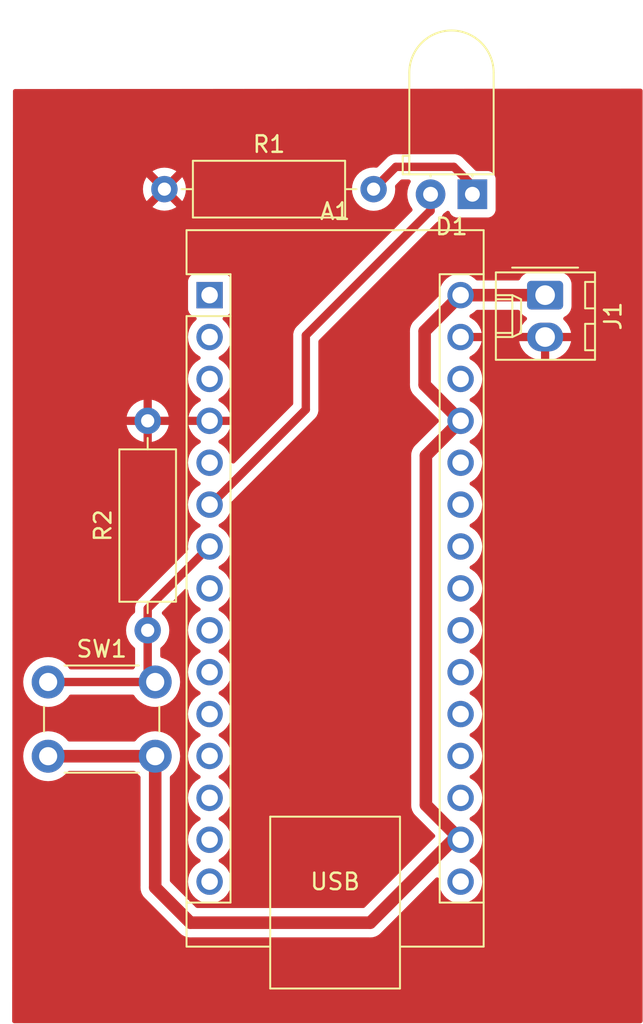
<source format=kicad_pcb>
(kicad_pcb (version 20221018) (generator pcbnew)
  (layers (0 "F.Cu" signal) (31 "B.Cu" signal) (34 "B.Paste" user) (35 "F.Paste" user) (36 "B.SilkS" user "B.Silkscreen") (37 "F.SilkS" user "F.Silkscreen") (38 "B.Mask" user) (39 "F.Mask" user) (44 "Edge.Cuts" user))
  (net 0 "")
  (net 4 "/GND")
  (net 6 "Net-(A1-D3)")
  (net 7 "Net-(A1-D4)")
  (net 17 "/5V")
  (net 28 "Net-(D1-K)")
  (footprint "Module:Arduino_Nano" (layer "F.Cu") (at 89.2302 99.5934)
    (fp_text reference "A1" (at 7.62 -5.08) (layer "F.SilkS"))
    (fp_text value "Arduino_Nano_v2.x")
    (fp_text user "USB" (at 7.62 35.56 unlocked) (layer "F.SilkS"))
    (fp_line (start -1.4 -3.94) (end -1.4 -1.27) (stroke (width 0.12)) (layer "F.SilkS"))
    (fp_line (start -1.4 1.27) (end -1.4 39.5) (stroke (width 0.12)) (layer "F.SilkS"))
    (fp_line (start -1.4 39.5) (end 3.68 39.5) (stroke (width 0.12)) (layer "F.SilkS"))
    (fp_line (start 1.27 -1.27) (end -1.4 -1.27) (stroke (width 0.12)) (layer "F.SilkS"))
    (fp_line (start 1.27 1.27) (end -1.4 1.27) (stroke (width 0.12)) (layer "F.SilkS"))
    (fp_line (start 1.27 1.27) (end 1.27 -1.27) (stroke (width 0.12)) (layer "F.SilkS"))
    (fp_line (start 1.27 1.27) (end 1.27 36.83) (stroke (width 0.12)) (layer "F.SilkS"))
    (fp_line (start 1.27 36.83) (end -1.4 36.83) (stroke (width 0.12)) (layer "F.SilkS"))
    (fp_line (start 3.68 31.62) (end 11.56 31.62) (stroke (width 0.12)) (layer "F.SilkS"))
    (fp_line (start 3.68 42.04) (end 3.68 31.62) (stroke (width 0.12)) (layer "F.SilkS"))
    (fp_line (start 11.56 31.62) (end 11.56 42.04) (stroke (width 0.12)) (layer "F.SilkS"))
    (fp_line (start 11.56 42.04) (end 3.68 42.04) (stroke (width 0.12)) (layer "F.SilkS"))
    (fp_line (start 13.97 -1.27) (end 13.97 36.83) (stroke (width 0.12)) (layer "F.SilkS"))
    (fp_line (start 13.97 -1.27) (end 16.64 -1.27) (stroke (width 0.12)) (layer "F.SilkS"))
    (fp_line (start 13.97 36.83) (end 16.64 36.83) (stroke (width 0.12)) (layer "F.SilkS"))
    (fp_line (start 16.64 -3.94) (end -1.4 -3.94) (stroke (width 0.12)) (layer "F.SilkS"))
    (fp_line (start 16.64 39.5) (end 11.56 39.5) (stroke (width 0.12)) (layer "F.SilkS"))
    (fp_line (start 16.64 39.5) (end 16.64 -3.94) (stroke (width 0.12)) (layer "F.SilkS"))
    (pad "1" thru_hole rect (at 0 0) (size 1.6 1.6) (drill 1) (layers "*.Cu" "*.Mask"))
    (pad "2" thru_hole oval (at 0 2.54) (size 1.6 1.6) (drill 1) (layers "*.Cu" "*.Mask"))
    (pad "3" thru_hole oval (at 0 5.08) (size 1.6 1.6) (drill 1) (layers "*.Cu" "*.Mask"))
    (pad "4" thru_hole oval (at 0 7.62) (size 1.6 1.6) (drill 1) (layers "*.Cu" "*.Mask") (net 4 "/GND"))
    (pad "5" thru_hole oval (at 0 10.16) (size 1.6 1.6) (drill 1) (layers "*.Cu" "*.Mask"))
    (pad "6" thru_hole oval (at 0 12.7) (size 1.6 1.6) (drill 1) (layers "*.Cu" "*.Mask") (net 6 "Net-(A1-D3)"))
    (pad "7" thru_hole oval (at 0 15.24) (size 1.6 1.6) (drill 1) (layers "*.Cu" "*.Mask") (net 7 "Net-(A1-D4)"))
    (pad "8" thru_hole oval (at 0 17.78) (size 1.6 1.6) (drill 1) (layers "*.Cu" "*.Mask"))
    (pad "9" thru_hole oval (at 0 20.32) (size 1.6 1.6) (drill 1) (layers "*.Cu" "*.Mask"))
    (pad "10" thru_hole oval (at 0 22.86) (size 1.6 1.6) (drill 1) (layers "*.Cu" "*.Mask"))
    (pad "11" thru_hole oval (at 0 25.4) (size 1.6 1.6) (drill 1) (layers "*.Cu" "*.Mask"))
    (pad "12" thru_hole oval (at 0 27.94) (size 1.6 1.6) (drill 1) (layers "*.Cu" "*.Mask"))
    (pad "13" thru_hole oval (at 0 30.48) (size 1.6 1.6) (drill 1) (layers "*.Cu" "*.Mask"))
    (pad "14" thru_hole oval (at 0 33.02) (size 1.6 1.6) (drill 1) (layers "*.Cu" "*.Mask"))
    (pad "15" thru_hole oval (at 0 35.56) (size 1.6 1.6) (drill 1) (layers "*.Cu" "*.Mask"))
    (pad "16" thru_hole oval (at 15.24 35.56) (size 1.6 1.6) (drill 1) (layers "*.Cu" "*.Mask"))
    (pad "17" thru_hole oval (at 15.24 33.02) (size 1.6 1.6) (drill 1) (layers "*.Cu" "*.Mask") (net 17 "/5V"))
    (pad "18" thru_hole oval (at 15.24 30.48) (size 1.6 1.6) (drill 1) (layers "*.Cu" "*.Mask"))
    (pad "19" thru_hole oval (at 15.24 27.94) (size 1.6 1.6) (drill 1) (layers "*.Cu" "*.Mask"))
    (pad "20" thru_hole oval (at 15.24 25.4) (size 1.6 1.6) (drill 1) (layers "*.Cu" "*.Mask"))
    (pad "21" thru_hole oval (at 15.24 22.86) (size 1.6 1.6) (drill 1) (layers "*.Cu" "*.Mask"))
    (pad "22" thru_hole oval (at 15.24 20.32) (size 1.6 1.6) (drill 1) (layers "*.Cu" "*.Mask"))
    (pad "23" thru_hole oval (at 15.24 17.78) (size 1.6 1.6) (drill 1) (layers "*.Cu" "*.Mask"))
    (pad "24" thru_hole oval (at 15.24 15.24) (size 1.6 1.6) (drill 1) (layers "*.Cu" "*.Mask"))
    (pad "25" thru_hole oval (at 15.24 12.7) (size 1.6 1.6) (drill 1) (layers "*.Cu" "*.Mask"))
    (pad "26" thru_hole oval (at 15.24 10.16) (size 1.6 1.6) (drill 1) (layers "*.Cu" "*.Mask"))
    (pad "27" thru_hole oval (at 15.24 7.62) (size 1.6 1.6) (drill 1) (layers "*.Cu" "*.Mask") (net 17 "/5V"))
    (pad "28" thru_hole oval (at 15.24 5.08) (size 1.6 1.6) (drill 1) (layers "*.Cu" "*.Mask"))
    (pad "29" thru_hole oval (at 15.24 2.54) (size 1.6 1.6) (drill 1) (layers "*.Cu" "*.Mask") (net 4 "/GND"))
    (pad "30" thru_hole oval (at 15.24 0) (size 1.6 1.6) (drill 1) (layers "*.Cu" "*.Mask") (net 17 "/5V"))
  )
  (footprint "Connector_Molex:Molex_KK-254_AE-6410-02A_1x02_P2.54mm_Vertical" (layer "F.Cu") (at 109.601 99.5934 -90)
    (fp_text reference "J1" (at 1.27 -4.12 90) (layer "F.SilkS"))
    (fp_text value "Conn_01x02_Socket")
    (fp_line (start -1.67 -2) (end -1.67 2) (stroke (width 0.12)) (layer "F.SilkS"))
    (fp_line (start -1.38 -3.03) (end -1.38 2.99) (stroke (width 0.12)) (layer "F.SilkS"))
    (fp_line (start -1.38 2.99) (end 3.92 2.99) (stroke (width 0.12)) (layer "F.SilkS"))
    (fp_line (start -0.8 -3.03) (end -0.8 -2.43) (stroke (width 0.12)) (layer "F.SilkS"))
    (fp_line (start -0.8 -2.43) (end 0.8 -2.43) (stroke (width 0.12)) (layer "F.SilkS"))
    (fp_line (start 0 1.99) (end 0.25 1.46) (stroke (width 0.12)) (layer "F.SilkS"))
    (fp_line (start 0 1.99) (end 2.54 1.99) (stroke (width 0.12)) (layer "F.SilkS"))
    (fp_line (start 0 2.99) (end 0 1.99) (stroke (width 0.12)) (layer "F.SilkS"))
    (fp_line (start 0.25 1.46) (end 2.29 1.46) (stroke (width 0.12)) (layer "F.SilkS"))
    (fp_line (start 0.25 2.99) (end 0.25 1.99) (stroke (width 0.12)) (layer "F.SilkS"))
    (fp_line (start 0.8 -2.43) (end 0.8 -3.03) (stroke (width 0.12)) (layer "F.SilkS"))
    (fp_line (start 1.74 -3.03) (end 1.74 -2.43) (stroke (width 0.12)) (layer "F.SilkS"))
    (fp_line (start 1.74 -2.43) (end 3.34 -2.43) (stroke (width 0.12)) (layer "F.SilkS"))
    (fp_line (start 2.29 1.46) (end 2.54 1.99) (stroke (width 0.12)) (layer "F.SilkS"))
    (fp_line (start 2.29 2.99) (end 2.29 1.99) (stroke (width 0.12)) (layer "F.SilkS"))
    (fp_line (start 2.54 1.99) (end 2.54 2.99) (stroke (width 0.12)) (layer "F.SilkS"))
    (fp_line (start 3.34 -2.43) (end 3.34 -3.03) (stroke (width 0.12)) (layer "F.SilkS"))
    (fp_line (start 3.92 -3.03) (end -1.38 -3.03) (stroke (width 0.12)) (layer "F.SilkS"))
    (fp_line (start 3.92 2.99) (end 3.92 -3.03) (stroke (width 0.12)) (layer "F.SilkS"))
    (pad "1" thru_hole roundrect (at 0 0 270) (size 1.74 2.19) (drill 1.19) (layers "*.Cu" "*.Mask") (roundrect_rratio 0.143678) (net 17 "/5V"))
    (pad "2" thru_hole oval (at 2.54 0 270) (size 1.74 2.19) (drill 1.19) (layers "*.Cu" "*.Mask") (net 4 "/GND"))
  )
  (footprint "LED_THT:LED_D5.0mm_Horizontal_O1.27mm_Z3.0mm_IRGrey" (layer "F.Cu") (at 105.1864 93.4766 180)
    (fp_text reference "D1" (at 1.27 -1.96) (layer "F.SilkS"))
    (fp_text value "LD271")
    (fp_line (start -1.29 1.21) (end -1.29 7.37) (stroke (width 0.12)) (layer "F.SilkS"))
    (fp_line (start -1.29 1.21) (end 3.83 1.21) (stroke (width 0.12)) (layer "F.SilkS"))
    (fp_line (start 0 1.08) (end 0 1.08) (stroke (width 0.12)) (layer "F.SilkS"))
    (fp_line (start 0 1.08) (end 0 1.21) (stroke (width 0.12)) (layer "F.SilkS"))
    (fp_line (start 0 1.21) (end 0 1.08) (stroke (width 0.12)) (layer "F.SilkS"))
    (fp_line (start 0 1.21) (end 0 1.21) (stroke (width 0.12)) (layer "F.SilkS"))
    (fp_line (start 2.54 1.08) (end 2.54 1.08) (stroke (width 0.12)) (layer "F.SilkS"))
    (fp_line (start 2.54 1.08) (end 2.54 1.21) (stroke (width 0.12)) (layer "F.SilkS"))
    (fp_line (start 2.54 1.21) (end 2.54 1.08) (stroke (width 0.12)) (layer "F.SilkS"))
    (fp_line (start 2.54 1.21) (end 2.54 1.21) (stroke (width 0.12)) (layer "F.SilkS"))
    (fp_line (start 3.83 1.21) (end 3.83 7.37) (stroke (width 0.12)) (layer "F.SilkS"))
    (fp_line (start 3.83 1.21) (end 4.23 1.21) (stroke (width 0.12)) (layer "F.SilkS"))
    (fp_line (start 3.83 2.33) (end 3.83 1.21) (stroke (width 0.12)) (layer "F.SilkS"))
    (fp_line (start 4.23 1.21) (end 4.23 2.33) (stroke (width 0.12)) (layer "F.SilkS"))
    (fp_line (start 4.23 2.33) (end 3.83 2.33) (stroke (width 0.12)) (layer "F.SilkS"))
    (fp_arc (start 3.83 7.37) (mid 1.27 9.93) (end -1.29 7.37) (stroke (width 0.12)) (layer "F.SilkS"))
    (pad "1" thru_hole rect (at 0 0 180) (size 1.8 1.8) (drill 0.9) (layers "*.Cu" "*.Mask") (net 28 "Net-(D1-K)"))
    (pad "2" thru_hole circle (at 2.54 0 180) (size 1.8 1.8) (drill 0.9) (layers "*.Cu" "*.Mask") (net 6 "Net-(A1-D3)"))
  )
  (footprint "Resistor_THT:R_Axial_DIN0309_L9.0mm_D3.2mm_P12.70mm_Horizontal" (layer "F.Cu") (at 85.471 119.9134 90)
    (fp_text reference "R2" (at 6.35 -2.72 90) (layer "F.SilkS"))
    (fp_text value "100k")
    (fp_line (start 1.04 0) (end 1.73 0) (stroke (width 0.12)) (layer "F.SilkS"))
    (fp_line (start 1.73 -1.72) (end 1.73 1.72) (stroke (width 0.12)) (layer "F.SilkS"))
    (fp_line (start 1.73 1.72) (end 10.97 1.72) (stroke (width 0.12)) (layer "F.SilkS"))
    (fp_line (start 10.97 -1.72) (end 1.73 -1.72) (stroke (width 0.12)) (layer "F.SilkS"))
    (fp_line (start 10.97 1.72) (end 10.97 -1.72) (stroke (width 0.12)) (layer "F.SilkS"))
    (fp_line (start 11.66 0) (end 10.97 0) (stroke (width 0.12)) (layer "F.SilkS"))
    (pad "1" thru_hole circle (at 0 0 90) (size 1.6 1.6) (drill 0.8) (layers "*.Cu" "*.Mask") (net 7 "Net-(A1-D4)"))
    (pad "2" thru_hole oval (at 12.7 0 90) (size 1.6 1.6) (drill 0.8) (layers "*.Cu" "*.Mask") (net 4 "/GND"))
  )
  (footprint "Resistor_THT:R_Axial_DIN0309_L9.0mm_D3.2mm_P12.70mm_Horizontal" (layer "F.Cu") (at 86.487 93.1672)
    (fp_text reference "R1" (at 6.35 -2.72) (layer "F.SilkS"))
    (fp_text value "220")
    (fp_line (start 1.04 0) (end 1.73 0) (stroke (width 0.12)) (layer "F.SilkS"))
    (fp_line (start 1.73 -1.72) (end 1.73 1.72) (stroke (width 0.12)) (layer "F.SilkS"))
    (fp_line (start 1.73 1.72) (end 10.97 1.72) (stroke (width 0.12)) (layer "F.SilkS"))
    (fp_line (start 10.97 -1.72) (end 1.73 -1.72) (stroke (width 0.12)) (layer "F.SilkS"))
    (fp_line (start 10.97 1.72) (end 10.97 -1.72) (stroke (width 0.12)) (layer "F.SilkS"))
    (fp_line (start 11.66 0) (end 10.97 0) (stroke (width 0.12)) (layer "F.SilkS"))
    (pad "1" thru_hole circle (at 0 0) (size 1.6 1.6) (drill 0.8) (layers "*.Cu" "*.Mask") (net 4 "/GND"))
    (pad "2" thru_hole oval (at 12.7 0) (size 1.6 1.6) (drill 0.8) (layers "*.Cu" "*.Mask") (net 28 "Net-(D1-K)"))
  )
  (footprint "Button_Switch_THT:SW_PUSH_6mm_H8mm" (layer "F.Cu") (at 79.427 123.0482)
    (fp_text reference "SW1" (at 3.25 -2) (layer "F.SilkS"))
    (fp_text value "SW_Push_Dual_x2")
    (fp_line (start -0.25 1.5) (end -0.25 3) (stroke (width 0.12)) (layer "F.SilkS"))
    (fp_line (start 1 5.5) (end 5.5 5.5) (stroke (width 0.12)) (layer "F.SilkS"))
    (fp_line (start 5.5 -1) (end 1 -1) (stroke (width 0.12)) (layer "F.SilkS"))
    (fp_line (start 6.75 3) (end 6.75 1.5) (stroke (width 0.12)) (layer "F.SilkS"))
    (pad "1" thru_hole circle (at 0 0 90) (size 2 2) (drill 1.1) (layers "*.Cu" "*.Mask") (net 7 "Net-(A1-D4)"))
    (pad "1" thru_hole circle (at 6.5 0 90) (size 2 2) (drill 1.1) (layers "*.Cu" "*.Mask") (net 7 "Net-(A1-D4)"))
    (pad "2" thru_hole circle (at 0 4.5 90) (size 2 2) (drill 1.1) (layers "*.Cu" "*.Mask") (net 17 "/5V"))
    (pad "2" thru_hole circle (at 6.5 4.5 90) (size 2 2) (drill 1.1) (layers "*.Cu" "*.Mask") (net 17 "/5V"))
  )
  (segment (start 102.5652 94.5388) (end 95.0722 102.0318) (width 0.508) (layer "F.Cu") (net 6))
  (segment (start 89.3064 112.2934) (end 89.2302 112.2934) (width 0.508) (layer "F.Cu") (net 6))
  (segment (start 95.0722 106.5276) (end 89.3064 112.2934) (width 0.508) (layer "F.Cu") (net 6))
  (segment (start 95.0722 102.0318) (end 95.0722 106.5276) (width 0.508) (layer "F.Cu") (net 6))
  (segment (start 102.6464 94.483) (end 102.5906 94.5388) (width 0.508) (layer "F.Cu") (net 6))
  (segment (start 102.6464 93.4766) (end 102.6464 94.483) (width 0.508) (layer "F.Cu") (net 6))
  (segment (start 102.5906 94.5388) (end 102.5652 94.5388) (width 0.508) (layer "F.Cu") (net 6))
  (segment (start 85.471 119.9134) (end 85.471 122.5922) (width 0.508) (layer "F.Cu") (net 7))
  (segment (start 85.471 122.5922) (end 85.927 123.0482) (width 0.508) (layer "F.Cu") (net 7))
  (segment (start 85.471 118.5926) (end 85.471 119.9134) (width 0.508) (layer "F.Cu") (net 7))
  (segment (start 89.2302 114.8334) (end 85.471 118.5926) (width 0.508) (layer "F.Cu") (net 7))
  (segment (start 79.427 123.0482) (end 85.927 123.0482) (width 0.508) (layer "F.Cu") (net 7))
  (segment (start 104.4702 132.6134) (end 104.013 132.6134) (width 0.762) (layer "F.Cu") (net 17))
  (segment (start 104.4702 99.5934) (end 102.2858 101.7778) (width 0.762) (layer "F.Cu") (net 17))
  (segment (start 98.9838 137.6426) (end 88.0618 137.6426) (width 0.762) (layer "F.Cu") (net 17))
  (segment (start 109.601 99.5934) (end 104.4702 99.5934) (width 0.762) (layer "F.Cu") (net 17))
  (segment (start 102.362 109.3216) (end 102.362 130.5052) (width 0.762) (layer "F.Cu") (net 17))
  (segment (start 104.4702 107.2134) (end 102.362 109.3216) (width 0.762) (layer "F.Cu") (net 17))
  (segment (start 102.362 130.5052) (end 104.4702 132.6134) (width 0.762) (layer "F.Cu") (net 17))
  (segment (start 88.0618 137.6426) (end 85.927 135.5078) (width 0.762) (layer "F.Cu") (net 17))
  (segment (start 102.2858 105.029) (end 104.4702 107.2134) (width 0.762) (layer "F.Cu") (net 17))
  (segment (start 102.2858 101.7778) (end 102.2858 105.029) (width 0.762) (layer "F.Cu") (net 17))
  (segment (start 85.927 127.5482) (end 79.427 127.5482) (width 0.762) (layer "F.Cu") (net 17))
  (segment (start 104.013 132.6134) (end 98.9838 137.6426) (width 0.762) (layer "F.Cu") (net 17))
  (segment (start 85.927 135.5078) (end 85.927 127.5482) (width 0.762) (layer "F.Cu") (net 17))
  (segment (start 100.5396 91.8146) (end 104.0574 91.8146) (width 0.508) (layer "F.Cu") (net 28))
  (segment (start 105.1864 92.9436) (end 105.1864 93.4766) (width 0.508) (layer "F.Cu") (net 28))
  (segment (start 99.187 93.1672) (end 100.5396 91.8146) (width 0.508) (layer "F.Cu") (net 28))
  (segment (start 104.0574 91.8146) (end 105.1864 92.9436) (width 0.508) (layer "F.Cu") (net 28))
  (zone (net 4) (net_name "/GND") (layer "F.Cu") (connect_pads (clearance 0.5)) (min_thickness 0.25) (fill yes (thermal_gap 0.5) (thermal_bridge_width 0.5))
    (polygon (pts (xy 77.2922 87.0966) (xy 115.5192 87.0712) (xy 115.5192 143.7386) (xy 77.2414 143.7386)))
  )
)
</source>
